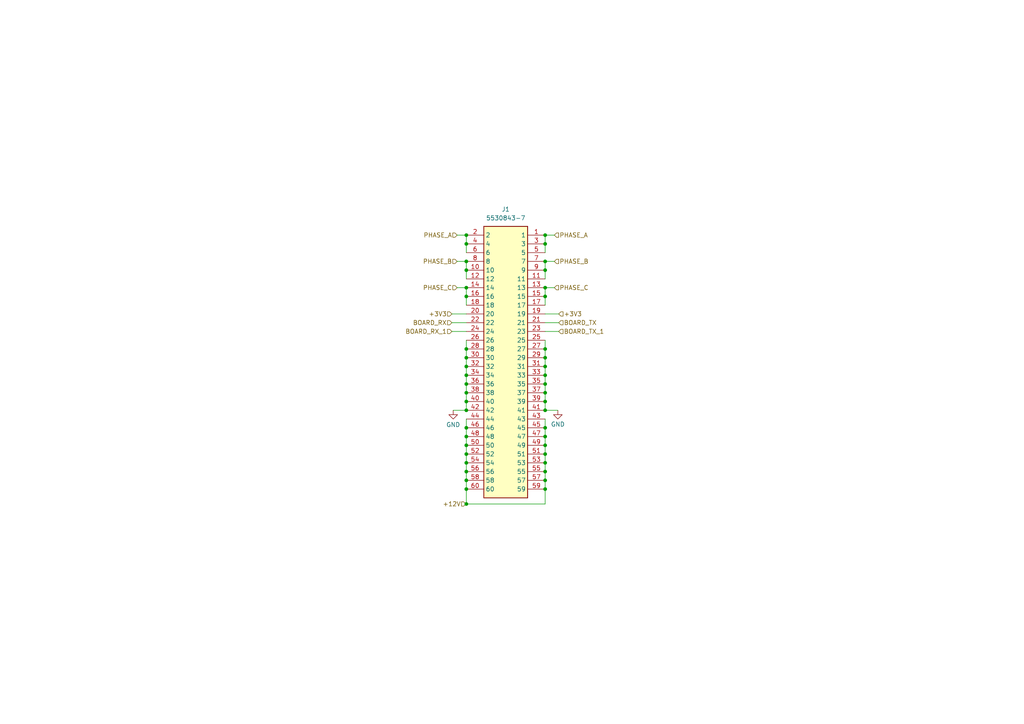
<source format=kicad_sch>
(kicad_sch (version 20230409) (generator eeschema)
  (paper "A4")
  (lib_symbols
    (symbol "5530843-7:5530843-7"
      (property "Reference" "J" (at 19.05 7.62 0))
      (property "Value" "5530843-7" (at 19.05 5.08 0))
      (symbol "5530843-7_1_1"
        (rectangle (start 5.08 2.54) (end 17.78 -76.2) (stroke (width 0.254)) (fill (type background)))
        (pin passive line (at 22.86 0 180) (length 5.08) (name "1") (number "1"))
        (pin passive line (at 0 -10.16 0) (length 5.08) (name "10") (number "10"))
        (pin passive line (at 22.86 -12.7 180) (length 5.08) (name "11") (number "11"))
        (pin passive line (at 0 -12.7 0) (length 5.08) (name "12") (number "12"))
        (pin passive line (at 22.86 -15.24 180) (length 5.08) (name "13") (number "13"))
        (pin passive line (at 0 -15.24 0) (length 5.08) (name "14") (number "14"))
        (pin passive line (at 22.86 -17.78 180) (length 5.08) (name "15") (number "15"))
        (pin passive line (at 0 -17.78 0) (length 5.08) (name "16") (number "16"))
        (pin passive line (at 22.86 -20.32 180) (length 5.08) (name "17") (number "17"))
        (pin passive line (at 0 -20.32 0) (length 5.08) (name "18") (number "18"))
        (pin passive line (at 22.86 -22.86 180) (length 5.08) (name "19") (number "19"))
        (pin passive line (at 0 0 0) (length 5.08) (name "2") (number "2"))
        (pin passive line (at 0 -22.86 0) (length 5.08) (name "20") (number "20"))
        (pin passive line (at 22.86 -25.4 180) (length 5.08) (name "21") (number "21"))
        (pin passive line (at 0 -25.4 0) (length 5.08) (name "22") (number "22"))
        (pin passive line (at 22.86 -27.94 180) (length 5.08) (name "23") (number "23"))
        (pin passive line (at 0 -27.94 0) (length 5.08) (name "24") (number "24"))
        (pin passive line (at 22.86 -30.48 180) (length 5.08) (name "25") (number "25"))
        (pin passive line (at 0 -30.48 0) (length 5.08) (name "26") (number "26"))
        (pin passive line (at 22.86 -33.02 180) (length 5.08) (name "27") (number "27"))
        (pin passive line (at 0 -33.02 0) (length 5.08) (name "28") (number "28"))
        (pin passive line (at 22.86 -35.56 180) (length 5.08) (name "29") (number "29"))
        (pin passive line (at 22.86 -2.54 180) (length 5.08) (name "3") (number "3"))
        (pin passive line (at 0 -35.56 0) (length 5.08) (name "30") (number "30"))
        (pin passive line (at 22.86 -38.1 180) (length 5.08) (name "31") (number "31"))
        (pin passive line (at 0 -38.1 0) (length 5.08) (name "32") (number "32"))
        (pin passive line (at 22.86 -40.64 180) (length 5.08) (name "33") (number "33"))
        (pin passive line (at 0 -40.64 0) (length 5.08) (name "34") (number "34"))
        (pin passive line (at 22.86 -43.18 180) (length 5.08) (name "35") (number "35"))
        (pin passive line (at 0 -43.18 0) (length 5.08) (name "36") (number "36"))
        (pin passive line (at 22.86 -45.72 180) (length 5.08) (name "37") (number "37"))
        (pin passive line (at 0 -45.72 0) (length 5.08) (name "38") (number "38"))
        (pin passive line (at 22.86 -48.26 180) (length 5.08) (name "39") (number "39"))
        (pin passive line (at 0 -2.54 0) (length 5.08) (name "4") (number "4"))
        (pin passive line (at 0 -48.26 0) (length 5.08) (name "40") (number "40"))
        (pin passive line (at 22.86 -50.8 180) (length 5.08) (name "41") (number "41"))
        (pin passive line (at 0 -50.8 0) (length 5.08) (name "42") (number "42"))
        (pin passive line (at 22.86 -53.34 180) (length 5.08) (name "43") (number "43"))
        (pin passive line (at 0 -53.34 0) (length 5.08) (name "44") (number "44"))
        (pin passive line (at 22.86 -55.88 180) (length 5.08) (name "45") (number "45"))
        (pin passive line (at 0 -55.88 0) (length 5.08) (name "46") (number "46"))
        (pin passive line (at 22.86 -58.42 180) (length 5.08) (name "47") (number "47"))
        (pin passive line (at 0 -58.42 0) (length 5.08) (name "48") (number "48"))
        (pin passive line (at 22.86 -60.96 180) (length 5.08) (name "49") (number "49"))
        (pin passive line (at 22.86 -5.08 180) (length 5.08) (name "5") (number "5"))
        (pin passive line (at 0 -60.96 0) (length 5.08) (name "50") (number "50"))
        (pin passive line (at 22.86 -63.5 180) (length 5.08) (name "51") (number "51"))
        (pin passive line (at 0 -63.5 0) (length 5.08) (name "52") (number "52"))
        (pin passive line (at 22.86 -66.04 180) (length 5.08) (name "53") (number "53"))
        (pin passive line (at 0 -66.04 0) (length 5.08) (name "54") (number "54"))
        (pin passive line (at 22.86 -68.58 180) (length 5.08) (name "55") (number "55"))
        (pin passive line (at 0 -68.58 0) (length 5.08) (name "56") (number "56"))
        (pin passive line (at 22.86 -71.12 180) (length 5.08) (name "57") (number "57"))
        (pin passive line (at 0 -71.12 0) (length 5.08) (name "58") (number "58"))
        (pin passive line (at 22.86 -73.66 180) (length 5.08) (name "59") (number "59"))
        (pin passive line (at 0 -5.08 0) (length 5.08) (name "6") (number "6"))
        (pin passive line (at 0 -73.66 0) (length 5.08) (name "60") (number "60"))
        (pin passive line (at 22.86 -7.62 180) (length 5.08) (name "7") (number "7"))
        (pin passive line (at 0 -7.62 0) (length 5.08) (name "8") (number "8"))
        (pin passive line (at 22.86 -10.16 180) (length 5.08) (name "9") (number "9"))
      )
    )
    (symbol "power:GND" (power) (pin_names (offset 0))
      (property "Value" "GND" (at 0 -3.81 0))
      (symbol "GND_0_1"
        (polyline (pts (xy 0 0) (xy 0 -1.27) (xy 1.27 -1.27) (xy 0 -2.54) (xy -1.27 -1.27) (xy 0 -1.27)))
      )
      (symbol "GND_1_1"
        (pin power_in line (at 0 0 270) (length 0) hide (name "GND") (number "1"))
      )
    )
  )
  (junction (at 135.255 126.619))
  (junction (at 135.255 146.177))
  (junction (at 135.255 83.439))
  (junction (at 135.255 103.759))
  (junction (at 135.255 78.359))
  (junction (at 135.255 68.199))
  (junction (at 135.255 129.159))
  (junction (at 158.115 70.739))
  (junction (at 135.255 75.819))
  (junction (at 135.255 70.739))
  (junction (at 135.255 85.979))
  (junction (at 135.255 118.999))
  (junction (at 158.115 131.699))
  (junction (at 158.115 129.159))
  (junction (at 158.115 113.919))
  (junction (at 135.255 141.859))
  (junction (at 135.255 113.919))
  (junction (at 158.115 103.759))
  (junction (at 158.115 101.219))
  (junction (at 158.115 85.979))
  (junction (at 158.115 116.459))
  (junction (at 135.255 131.699))
  (junction (at 135.255 101.219))
  (junction (at 158.115 136.779))
  (junction (at 158.115 139.319))
  (junction (at 158.115 118.999))
  (junction (at 158.115 126.619))
  (junction (at 135.255 116.459))
  (junction (at 135.255 124.079))
  (junction (at 135.255 108.839))
  (junction (at 158.115 68.199))
  (junction (at 135.255 134.239))
  (junction (at 158.115 124.079))
  (junction (at 158.115 83.439))
  (junction (at 158.115 75.819))
  (junction (at 158.115 78.359))
  (junction (at 158.115 111.379))
  (junction (at 158.115 141.859))
  (junction (at 135.255 139.319))
  (junction (at 158.115 108.839))
  (junction (at 135.255 111.379))
  (junction (at 158.115 106.299))
  (junction (at 135.255 106.299))
  (junction (at 158.115 134.239))
  (junction (at 135.255 136.779))
  (wire (pts (xy 158.115 96.139) (xy 162.052 96.139)))
  (wire (pts (xy 158.115 134.239) (xy 158.115 136.779)))
  (wire (pts (xy 158.115 98.679) (xy 158.115 101.219)))
  (wire (pts (xy 158.115 118.999) (xy 161.798 118.999)))
  (wire (pts (xy 135.255 136.779) (xy 135.255 139.319)))
  (wire (pts (xy 135.255 85.979) (xy 135.255 83.439)))
  (wire (pts (xy 158.115 93.599) (xy 162.052 93.599)))
  (wire (pts (xy 158.115 146.177) (xy 135.255 146.177)))
  (wire (pts (xy 158.115 111.379) (xy 158.115 113.919)))
  (wire (pts (xy 132.588 68.199) (xy 135.255 68.199)))
  (wire (pts (xy 135.255 129.159) (xy 135.255 131.699)))
  (wire (pts (xy 135.255 141.859) (xy 135.255 146.177)))
  (wire (pts (xy 135.255 116.459) (xy 135.255 118.999)))
  (wire (pts (xy 158.115 73.279) (xy 158.115 70.739)))
  (wire (pts (xy 135.255 88.519) (xy 135.255 85.979)))
  (wire (pts (xy 135.255 131.699) (xy 135.255 134.239)))
  (wire (pts (xy 135.255 111.379) (xy 135.255 113.919)))
  (wire (pts (xy 158.115 91.059) (xy 162.052 91.059)))
  (wire (pts (xy 135.255 126.619) (xy 135.255 129.159)))
  (wire (pts (xy 135.255 139.319) (xy 135.255 141.859)))
  (wire (pts (xy 158.115 126.619) (xy 158.115 129.159)))
  (wire (pts (xy 135.255 124.079) (xy 135.255 126.619)))
  (wire (pts (xy 135.255 108.839) (xy 135.255 111.379)))
  (wire (pts (xy 158.115 88.519) (xy 158.115 85.979)))
  (wire (pts (xy 158.115 129.159) (xy 158.115 131.699)))
  (wire (pts (xy 158.115 103.759) (xy 158.115 106.299)))
  (wire (pts (xy 158.115 136.779) (xy 158.115 139.319)))
  (wire (pts (xy 158.115 121.539) (xy 158.115 124.079)))
  (wire (pts (xy 132.588 83.439) (xy 135.255 83.439)))
  (wire (pts (xy 158.115 113.919) (xy 158.115 116.459)))
  (wire (pts (xy 135.255 113.919) (xy 135.255 116.459)))
  (wire (pts (xy 158.115 116.459) (xy 158.115 118.999)))
  (wire (pts (xy 158.115 108.839) (xy 158.115 111.379)))
  (wire (pts (xy 131.064 93.599) (xy 135.255 93.599)))
  (wire (pts (xy 135.255 134.239) (xy 135.255 136.779)))
  (wire (pts (xy 131.064 96.139) (xy 135.255 96.139)))
  (wire (pts (xy 135.255 80.899) (xy 135.255 78.359)))
  (wire (pts (xy 158.115 68.199) (xy 160.782 68.199)))
  (wire (pts (xy 158.115 80.899) (xy 158.115 78.359)))
  (wire (pts (xy 158.115 139.319) (xy 158.115 141.859)))
  (wire (pts (xy 135.255 146.177) (xy 135.128 146.177)))
  (wire (pts (xy 135.255 101.219) (xy 135.255 103.759)))
  (wire (pts (xy 158.115 124.079) (xy 158.115 126.619)))
  (wire (pts (xy 135.255 78.359) (xy 135.255 75.819)))
  (wire (pts (xy 131.064 91.059) (xy 135.255 91.059)))
  (wire (pts (xy 158.115 83.439) (xy 160.782 83.439)))
  (wire (pts (xy 132.588 75.819) (xy 135.255 75.819)))
  (wire (pts (xy 135.255 103.759) (xy 135.255 106.299)))
  (wire (pts (xy 158.115 75.819) (xy 160.782 75.819)))
  (wire (pts (xy 158.115 131.699) (xy 158.115 134.239)))
  (wire (pts (xy 135.255 98.679) (xy 135.255 101.219)))
  (wire (pts (xy 135.255 106.299) (xy 135.255 108.839)))
  (wire (pts (xy 135.255 121.539) (xy 135.255 124.079)))
  (wire (pts (xy 135.255 73.279) (xy 135.255 70.739)))
  (wire (pts (xy 158.115 101.219) (xy 158.115 103.759)))
  (wire (pts (xy 158.115 78.359) (xy 158.115 75.819)))
  (wire (pts (xy 158.115 106.299) (xy 158.115 108.839)))
  (wire (pts (xy 135.255 70.739) (xy 135.255 68.199)))
  (wire (pts (xy 158.115 70.739) (xy 158.115 68.199)))
  (wire (pts (xy 158.115 85.979) (xy 158.115 83.439)))
  (wire (pts (xy 131.445 118.999) (xy 135.255 118.999)))
  (wire (pts (xy 158.115 141.859) (xy 158.115 146.177)))
  (hierarchical_label "BOARD_RX" (shape input) (at 131.064 93.599 180))
  (hierarchical_label "+3V3" (shape input) (at 162.052 91.059 0))
  (hierarchical_label "PHASE_C" (shape input) (at 160.782 83.439 0))
  (hierarchical_label "PHASE_C" (shape input) (at 132.588 83.439 180))
  (hierarchical_label "PHASE_A" (shape input) (at 160.782 68.199 0))
  (hierarchical_label "+3V3" (shape input) (at 131.064 91.059 180))
  (hierarchical_label "PHASE_A" (shape input) (at 132.588 68.199 180))
  (hierarchical_label "+12V" (shape input) (at 135.128 146.177 180))
  (hierarchical_label "PHASE_B" (shape input) (at 132.588 75.819 180))
  (hierarchical_label "BOARD_RX_1" (shape input) (at 131.064 96.139 180))
  (hierarchical_label "BOARD_TX_1" (shape input) (at 162.052 96.139 0))
  (hierarchical_label "BOARD_TX" (shape input) (at 162.052 93.599 0))
  (hierarchical_label "PHASE_B" (shape input) (at 160.782 75.819 0))
  (symbol (lib_id "power:GND") (at 161.798 118.999 0) (unit 1)
    (property "Reference" "#PWR015" (effects hide))
    (property "Value" "GND" (at 161.798 123.063 0))
  )
  (symbol (lib_id "5530843-7:5530843-7") (at 135.255 68.199 0) (unit 1)
    (property "Reference" "J1" (at 146.685 60.706 0))
    (property "Value" "5530843-7" (at 146.685 63.246 0))
    (property "Footprint" "5530843-7_PCB_Edge:TE_5530843-7_PCB_Edge" (effects hide))
    (property "Datasheet" "http://www.te.com/commerce/DocumentDelivery/DDEController?Action=srchrtrv&DocNm=5530843&DocType=Customer+Drawing&DocLang=English" (effects hide))
    (property "Height" "15.494" (effects hide))
    (property "Manufacturer_Name" "TE Connectivity" (effects hide))
    (property "Manufacturer_Part_Number" "5530843-7" (effects hide))
    (property "Mouser Part Number" "571-5530843-7" (effects hide))
    (property "Mouser Price/Stock" "https://www.mouser.co.uk/ProductDetail/TE-Connectivity/5530843-7?qs=CWN9I2qbSLtja0SlxvLT%2FQ%3D%3D" (effects hide))
    (property "Arrow Part Number" "5530843-7" (effects hide))
    (property "Arrow Price/Stock" "https://www.arrow.com/en/products/5530843-7/te-connectivity" (effects hide))
  )
  (symbol (lib_id "power:GND") (at 131.445 118.999 0) (unit 1)
    (property "Reference" "#PWR014" (effects hide))
    (property "Value" "GND" (at 131.445 123.19 0))
  )
)
</source>
